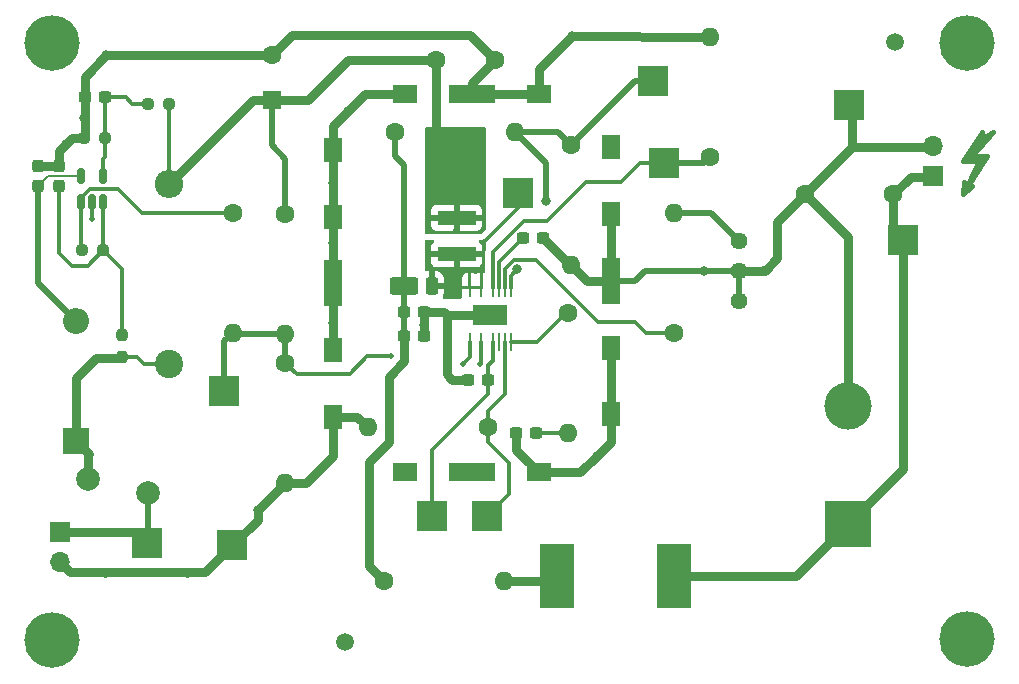
<source format=gbr>
%TF.GenerationSoftware,KiCad,Pcbnew,7.0.7*%
%TF.CreationDate,2024-03-07T15:54:46+13:00*%
%TF.ProjectId,high_v_converter,68696768-5f76-45f6-936f-6e7665727465,rev?*%
%TF.SameCoordinates,Original*%
%TF.FileFunction,Copper,L1,Top*%
%TF.FilePolarity,Positive*%
%FSLAX46Y46*%
G04 Gerber Fmt 4.6, Leading zero omitted, Abs format (unit mm)*
G04 Created by KiCad (PCBNEW 7.0.7) date 2024-03-07 15:54:46*
%MOMM*%
%LPD*%
G01*
G04 APERTURE LIST*
G04 Aperture macros list*
%AMRoundRect*
0 Rectangle with rounded corners*
0 $1 Rounding radius*
0 $2 $3 $4 $5 $6 $7 $8 $9 X,Y pos of 4 corners*
0 Add a 4 corners polygon primitive as box body*
4,1,4,$2,$3,$4,$5,$6,$7,$8,$9,$2,$3,0*
0 Add four circle primitives for the rounded corners*
1,1,$1+$1,$2,$3*
1,1,$1+$1,$4,$5*
1,1,$1+$1,$6,$7*
1,1,$1+$1,$8,$9*
0 Add four rect primitives between the rounded corners*
20,1,$1+$1,$2,$3,$4,$5,0*
20,1,$1+$1,$4,$5,$6,$7,0*
20,1,$1+$1,$6,$7,$8,$9,0*
20,1,$1+$1,$8,$9,$2,$3,0*%
G04 Aperture macros list end*
%TA.AperFunction,EtchedComponent*%
%ADD10C,0.381000*%
%TD*%
%TA.AperFunction,SMDPad,CuDef*%
%ADD11C,1.500000*%
%TD*%
%TA.AperFunction,ComponentPad*%
%ADD12R,2.200000X2.200000*%
%TD*%
%TA.AperFunction,ComponentPad*%
%ADD13O,2.200000X2.200000*%
%TD*%
%TA.AperFunction,ComponentPad*%
%ADD14C,1.600000*%
%TD*%
%TA.AperFunction,ComponentPad*%
%ADD15O,1.600000X1.600000*%
%TD*%
%TA.AperFunction,SMDPad,CuDef*%
%ADD16R,2.000000X1.500000*%
%TD*%
%TA.AperFunction,SMDPad,CuDef*%
%ADD17R,4.000000X1.500000*%
%TD*%
%TA.AperFunction,SMDPad,CuDef*%
%ADD18R,1.500000X2.000000*%
%TD*%
%TA.AperFunction,ComponentPad*%
%ADD19R,1.500000X2.000000*%
%TD*%
%TA.AperFunction,SMDPad,CuDef*%
%ADD20R,1.500000X4.000000*%
%TD*%
%TA.AperFunction,SMDPad,CuDef*%
%ADD21RoundRect,0.237500X-0.300000X-0.237500X0.300000X-0.237500X0.300000X0.237500X-0.300000X0.237500X0*%
%TD*%
%TA.AperFunction,ComponentPad*%
%ADD22R,1.700000X1.700000*%
%TD*%
%TA.AperFunction,ComponentPad*%
%ADD23O,1.700000X1.700000*%
%TD*%
%TA.AperFunction,SMDPad,CuDef*%
%ADD24RoundRect,0.237500X0.250000X0.237500X-0.250000X0.237500X-0.250000X-0.237500X0.250000X-0.237500X0*%
%TD*%
%TA.AperFunction,SMDPad,CuDef*%
%ADD25RoundRect,0.250000X0.950000X0.500000X-0.950000X0.500000X-0.950000X-0.500000X0.950000X-0.500000X0*%
%TD*%
%TA.AperFunction,SMDPad,CuDef*%
%ADD26RoundRect,0.250000X0.275000X0.500000X-0.275000X0.500000X-0.275000X-0.500000X0.275000X-0.500000X0*%
%TD*%
%TA.AperFunction,SMDPad,CuDef*%
%ADD27RoundRect,0.237500X0.237500X-0.300000X0.237500X0.300000X-0.237500X0.300000X-0.237500X-0.300000X0*%
%TD*%
%TA.AperFunction,ComponentPad*%
%ADD28R,2.500000X2.500000*%
%TD*%
%TA.AperFunction,ComponentPad*%
%ADD29C,2.010000*%
%TD*%
%TA.AperFunction,SMDPad,CuDef*%
%ADD30RoundRect,0.237500X0.300000X0.237500X-0.300000X0.237500X-0.300000X-0.237500X0.300000X-0.237500X0*%
%TD*%
%TA.AperFunction,ComponentPad*%
%ADD31R,4.000000X4.000000*%
%TD*%
%TA.AperFunction,ComponentPad*%
%ADD32C,4.000000*%
%TD*%
%TA.AperFunction,ComponentPad*%
%ADD33C,2.400000*%
%TD*%
%TA.AperFunction,ComponentPad*%
%ADD34O,2.400000X2.400000*%
%TD*%
%TA.AperFunction,ComponentPad*%
%ADD35R,1.600000X1.600000*%
%TD*%
%TA.AperFunction,SMDPad,CuDef*%
%ADD36R,2.900000X5.400000*%
%TD*%
%TA.AperFunction,ComponentPad*%
%ADD37C,4.700000*%
%TD*%
%TA.AperFunction,ComponentPad*%
%ADD38C,1.440000*%
%TD*%
%TA.AperFunction,SMDPad,CuDef*%
%ADD39R,0.279400X1.527899*%
%TD*%
%TA.AperFunction,SMDPad,CuDef*%
%ADD40R,2.946400X1.752600*%
%TD*%
%TA.AperFunction,SMDPad,CuDef*%
%ADD41RoundRect,0.237500X0.237500X-0.250000X0.237500X0.250000X-0.237500X0.250000X-0.237500X-0.250000X0*%
%TD*%
%TA.AperFunction,SMDPad,CuDef*%
%ADD42RoundRect,0.150000X0.150000X-0.512500X0.150000X0.512500X-0.150000X0.512500X-0.150000X-0.512500X0*%
%TD*%
%TA.AperFunction,SMDPad,CuDef*%
%ADD43R,3.300000X1.200000*%
%TD*%
%TA.AperFunction,ViaPad*%
%ADD44C,0.800000*%
%TD*%
%TA.AperFunction,ViaPad*%
%ADD45C,0.500000*%
%TD*%
%TA.AperFunction,Conductor*%
%ADD46C,0.300000*%
%TD*%
%TA.AperFunction,Conductor*%
%ADD47C,0.800000*%
%TD*%
%TA.AperFunction,Conductor*%
%ADD48C,0.500000*%
%TD*%
%TA.AperFunction,Conductor*%
%ADD49C,0.200000*%
%TD*%
G04 APERTURE END LIST*
D10*
%TO.C,SYM1*%
X185319000Y-94538000D02*
X186716000Y-94538000D01*
X185319000Y-97332000D02*
X186081000Y-96697000D01*
X185446000Y-96316000D02*
X185319000Y-97332000D01*
X185573000Y-96824000D02*
X185446000Y-96316000D01*
X185573000Y-96951000D02*
X187351000Y-94157000D01*
X185700000Y-94411000D02*
X186970000Y-94411000D01*
X186081000Y-94157000D02*
X187859000Y-92125000D01*
X186081000Y-96697000D02*
X185573000Y-96951000D01*
X186716000Y-94538000D02*
X185573000Y-96824000D01*
X186843000Y-92252000D02*
X185319000Y-94538000D01*
X187097000Y-92506000D02*
X185700000Y-94411000D01*
X187097000Y-92633000D02*
X186970000Y-92125000D01*
X187351000Y-94157000D02*
X186081000Y-94157000D01*
X187859000Y-92125000D02*
X187097000Y-92633000D01*
%TD*%
D11*
%TO.P,FID2,*%
%TO.N,*%
X179600000Y-84500000D03*
%TD*%
%TO.P,FID1,*%
%TO.N,*%
X133000000Y-135300000D03*
%TD*%
D12*
%TO.P,D2,1,K*%
%TO.N,Net-(D2-K)*%
X110200000Y-118260000D03*
D13*
%TO.P,D2,2,A*%
%TO.N,Net-(D2-A)*%
X110200000Y-108100000D03*
%TD*%
D14*
%TO.P,R12,1*%
%TO.N,Net-(R11-Pad2)*%
X123500000Y-98920000D03*
D15*
%TO.P,R12,2*%
%TO.N,Net-(U1-EN{slash}UVLO)*%
X123500000Y-109080000D03*
%TD*%
D16*
%TO.P,J3,1,Shield*%
%TO.N,GND*%
X138100000Y-120900000D03*
D17*
X143750000Y-120900000D03*
D16*
X149400000Y-120900000D03*
D18*
X132000000Y-116200000D03*
D19*
X155500000Y-116000000D03*
D18*
X132000000Y-110550000D03*
X155500000Y-110350000D03*
D20*
X132000000Y-104900000D03*
X155500000Y-104700000D03*
D18*
X132000000Y-99250000D03*
X155500000Y-99050000D03*
D19*
X132000000Y-93600000D03*
D18*
X155500000Y-93400000D03*
D16*
X138100000Y-88900000D03*
D17*
X143750000Y-88900000D03*
D16*
X149400000Y-88900000D03*
%TD*%
D21*
%TO.P,C3,1*%
%TO.N,Net-(U1-SS)*%
X148037500Y-101100000D03*
%TO.P,C3,2*%
%TO.N,GND*%
X149762500Y-101100000D03*
%TD*%
D22*
%TO.P,J1,1,Pin_1*%
%TO.N,Net-(J1-Pin_1)*%
X108850000Y-126000000D03*
D23*
%TO.P,J1,2,Pin_2*%
%TO.N,GND*%
X108850000Y-128540000D03*
%TD*%
D14*
%TO.P,C9,1*%
%TO.N,Net-(J2-Pin_1)*%
X179440000Y-97360000D03*
%TO.P,C9,2*%
%TO.N,GND*%
X171940000Y-97360000D03*
%TD*%
%TO.P,C6,1*%
%TO.N,Net-(U1-VIN)*%
X140700000Y-86000000D03*
%TO.P,C6,2*%
%TO.N,GND*%
X145700000Y-86000000D03*
%TD*%
D24*
%TO.P,R11,1*%
%TO.N,Net-(U2-+)*%
X112550000Y-102125000D03*
%TO.P,R11,2*%
%TO.N,Net-(R11-Pad2)*%
X110725000Y-102125000D03*
%TD*%
D25*
%TO.P,D1,1,K*%
%TO.N,Net-(D1-K)*%
X138000000Y-105100000D03*
D26*
%TO.P,D1,2,A*%
%TO.N,Net-(D1-A)*%
X140375000Y-105100000D03*
%TD*%
D14*
%TO.P,R15,1*%
%TO.N,Net-(U1-BIAS)*%
X145110000Y-117100000D03*
D15*
%TO.P,R15,2*%
%TO.N,GND*%
X134950000Y-117100000D03*
%TD*%
D14*
%TO.P,R13,1*%
%TO.N,Net-(U1-VIN)*%
X127950000Y-99040000D03*
D15*
%TO.P,R13,2*%
%TO.N,Net-(U1-EN{slash}UVLO)*%
X127950000Y-109200000D03*
%TD*%
D27*
%TO.P,C10,1*%
%TO.N,Net-(U2-+)*%
X108800000Y-96662500D03*
%TO.P,C10,2*%
%TO.N,GND*%
X108800000Y-94937500D03*
%TD*%
D28*
%TO.P,TP4,1,1*%
%TO.N,Net-(D1-A)*%
X147650000Y-97300000D03*
%TD*%
D29*
%TO.P,F1,1*%
%TO.N,Net-(J1-Pin_1)*%
X116350000Y-122700000D03*
%TO.P,F1,2*%
%TO.N,Net-(D2-K)*%
X111250000Y-121500000D03*
%TD*%
D14*
%TO.P,R5,1*%
%TO.N,Net-(U1-SYNC{slash}MODE)*%
X163900000Y-94180000D03*
D15*
%TO.P,R5,2*%
%TO.N,GND*%
X163900000Y-84020000D03*
%TD*%
D14*
%TO.P,R14,1*%
%TO.N,Net-(U1-EN{slash}UVLO)*%
X127950000Y-111640000D03*
D15*
%TO.P,R14,2*%
%TO.N,GND*%
X127950000Y-121800000D03*
%TD*%
D22*
%TO.P,J2,1,Pin_1*%
%TO.N,Net-(J2-Pin_1)*%
X182800000Y-95800000D03*
D23*
%TO.P,J2,2,Pin_2*%
%TO.N,GND*%
X182800000Y-93260000D03*
%TD*%
D30*
%TO.P,C2,1*%
%TO.N,Net-(U1-INTVCC)*%
X145150000Y-113100000D03*
%TO.P,C2,2*%
%TO.N,GND*%
X143425000Y-113100000D03*
%TD*%
D14*
%TO.P,R1,1*%
%TO.N,Net-(U1-VC)*%
X151850000Y-107400000D03*
D15*
%TO.P,R1,2*%
%TO.N,Net-(C1-Pad1)*%
X151850000Y-117560000D03*
%TD*%
D28*
%TO.P,TP10,1,1*%
%TO.N,GND*%
X175700000Y-89800000D03*
%TD*%
D31*
%TO.P,C5,1*%
%TO.N,Net-(J2-Pin_1)*%
X175600000Y-125300000D03*
D32*
%TO.P,C5,2*%
%TO.N,GND*%
X175600000Y-115300000D03*
%TD*%
D28*
%TO.P,TP1,1,1*%
%TO.N,Net-(U1-BIAS)*%
X145050000Y-124600000D03*
%TD*%
D33*
%TO.P,R7,1*%
%TO.N,Net-(D2-K)*%
X118100000Y-111720000D03*
D34*
%TO.P,R7,2*%
%TO.N,Net-(U1-VIN)*%
X118100000Y-96480000D03*
%TD*%
D35*
%TO.P,C7,1*%
%TO.N,Net-(U1-VIN)*%
X126800000Y-89402651D03*
D14*
%TO.P,C7,2*%
%TO.N,GND*%
X126800000Y-85602651D03*
%TD*%
%TO.P,R4,1*%
%TO.N,Net-(U1-RT)*%
X160900000Y-109080000D03*
D15*
%TO.P,R4,2*%
%TO.N,Net-(R4-Pad2)*%
X160900000Y-98920000D03*
%TD*%
D36*
%TO.P,L2,1,1*%
%TO.N,Net-(L2-Pad1)*%
X150950000Y-129700000D03*
%TO.P,L2,2,2*%
%TO.N,Net-(J2-Pin_1)*%
X160850000Y-129700000D03*
%TD*%
D28*
%TO.P,TP2,1,1*%
%TO.N,Net-(U1-INTVCC)*%
X140350000Y-124600000D03*
%TD*%
D21*
%TO.P,C12,1*%
%TO.N,Net-(D1-K)*%
X138000000Y-109400000D03*
%TO.P,C12,2*%
%TO.N,GND*%
X139725000Y-109400000D03*
%TD*%
D24*
%TO.P,R10,1*%
%TO.N,Net-(U2--)*%
X112725000Y-92625000D03*
%TO.P,R10,2*%
%TO.N,GND*%
X110900000Y-92625000D03*
%TD*%
D37*
%TO.P,H4,1,1*%
%TO.N,GND*%
X108200000Y-135100000D03*
%TD*%
D38*
%TO.P,RV1,1,1*%
%TO.N,Net-(R4-Pad2)*%
X166400000Y-101320000D03*
%TO.P,RV1,2,2*%
%TO.N,GND*%
X166400000Y-103860000D03*
%TO.P,RV1,3,3*%
X166400000Y-106400000D03*
%TD*%
D39*
%TO.P,U1,1,EN/UVLO*%
%TO.N,Net-(U1-EN{slash}UVLO)*%
X143550000Y-109900000D03*
%TO.P,U1,3,VIN*%
%TO.N,Net-(U1-VIN)*%
X144550001Y-109900000D03*
%TO.P,U1,5,INTVCC*%
%TO.N,Net-(U1-INTVCC)*%
X145550002Y-109900000D03*
%TO.P,U1,6,NC*%
%TO.N,unconnected-(U1-NC-Pad6)*%
X146050000Y-109900000D03*
%TO.P,U1,7,BIAS*%
%TO.N,Net-(U1-BIAS)*%
X146550002Y-109900000D03*
%TO.P,U1,8,VC*%
%TO.N,Net-(U1-VC)*%
X147050001Y-109900000D03*
%TO.P,U1,9,FBX*%
%TO.N,Net-(U1-FBX)*%
X147050004Y-105273298D03*
%TO.P,U1,10,RT*%
%TO.N,Net-(U1-RT)*%
X146550002Y-105273298D03*
%TO.P,U1,11,SS*%
%TO.N,Net-(U1-SS)*%
X146050003Y-105273298D03*
%TO.P,U1,12,SYNC/MODE*%
%TO.N,Net-(U1-SYNC{slash}MODE)*%
X145550002Y-105273298D03*
%TO.P,U1,14,SW2*%
%TO.N,Net-(D1-A)*%
X144550004Y-105273298D03*
%TO.P,U1,16,SW1*%
X143550003Y-105273298D03*
D40*
%TO.P,U1,17,PGND/GND*%
%TO.N,GND*%
X145300002Y-107586649D03*
%TD*%
D28*
%TO.P,TP8,1,1*%
%TO.N,Net-(J1-Pin_1)*%
X116250000Y-126900000D03*
%TD*%
D21*
%TO.P,C4,1*%
%TO.N,Net-(D1-K)*%
X138000000Y-107300000D03*
%TO.P,C4,2*%
%TO.N,GND*%
X139725000Y-107300000D03*
%TD*%
D41*
%TO.P,R8,1*%
%TO.N,Net-(D2-K)*%
X114100000Y-111112500D03*
%TO.P,R8,2*%
%TO.N,Net-(U2-+)*%
X114100000Y-109287500D03*
%TD*%
D28*
%TO.P,TP5,1,1*%
%TO.N,Net-(U1-SYNC{slash}MODE)*%
X160050000Y-94720000D03*
%TD*%
D42*
%TO.P,U2,1*%
%TO.N,Net-(R11-Pad2)*%
X110637500Y-98062500D03*
%TO.P,U2,2,V-*%
%TO.N,GND*%
X111587500Y-98062500D03*
%TO.P,U2,3,+*%
%TO.N,Net-(U2-+)*%
X112537500Y-98062500D03*
%TO.P,U2,4,-*%
%TO.N,Net-(U2--)*%
X112537500Y-95787500D03*
%TO.P,U2,5,V+*%
%TO.N,Net-(D2-A)*%
X110637500Y-95787500D03*
%TD*%
D30*
%TO.P,C1,1*%
%TO.N,Net-(C1-Pad1)*%
X149212500Y-117600000D03*
%TO.P,C1,2*%
%TO.N,GND*%
X147487500Y-117600000D03*
%TD*%
D28*
%TO.P,TP6,1,1*%
%TO.N,Net-(U1-EN{slash}UVLO)*%
X122800000Y-114000000D03*
%TD*%
D30*
%TO.P,C11,1*%
%TO.N,Net-(U2--)*%
X112675000Y-89125000D03*
%TO.P,C11,2*%
%TO.N,GND*%
X110950000Y-89125000D03*
%TD*%
D14*
%TO.P,R3,1*%
%TO.N,Net-(U1-FBX)*%
X152150000Y-93200000D03*
D15*
%TO.P,R3,2*%
%TO.N,GND*%
X152150000Y-103360000D03*
%TD*%
D28*
%TO.P,TP7,1,1*%
%TO.N,GND*%
X123450000Y-127100000D03*
%TD*%
D37*
%TO.P,H1,1,1*%
%TO.N,GND*%
X185700000Y-84600000D03*
%TD*%
D43*
%TO.P,L1,1,1*%
%TO.N,Net-(U1-VIN)*%
X142450000Y-99350000D03*
%TO.P,L1,2,2*%
%TO.N,Net-(D1-A)*%
X142450000Y-102450000D03*
%TD*%
D37*
%TO.P,H2,1,1*%
%TO.N,GND*%
X185700000Y-135000000D03*
%TD*%
D28*
%TO.P,TP3,1,1*%
%TO.N,Net-(U1-FBX)*%
X159050000Y-87800000D03*
%TD*%
%TO.P,TP9,1,1*%
%TO.N,Net-(J2-Pin_1)*%
X180290000Y-101260000D03*
%TD*%
D14*
%TO.P,R6,1*%
%TO.N,Net-(D1-K)*%
X136300000Y-130100000D03*
D15*
%TO.P,R6,2*%
%TO.N,Net-(L2-Pad1)*%
X146460000Y-130100000D03*
%TD*%
D37*
%TO.P,H3,1,1*%
%TO.N,GND*%
X108200000Y-84600000D03*
%TD*%
D24*
%TO.P,R9,1*%
%TO.N,Net-(U1-VIN)*%
X118112500Y-89700000D03*
%TO.P,R9,2*%
%TO.N,Net-(U2--)*%
X116287500Y-89700000D03*
%TD*%
D14*
%TO.P,R2,1*%
%TO.N,Net-(D1-K)*%
X137250000Y-92100000D03*
D15*
%TO.P,R2,2*%
%TO.N,Net-(U1-FBX)*%
X147410000Y-92100000D03*
%TD*%
D27*
%TO.P,C8,1*%
%TO.N,Net-(D2-A)*%
X107000000Y-96662500D03*
%TO.P,C8,2*%
%TO.N,GND*%
X107000000Y-94937500D03*
%TD*%
D44*
%TO.N,GND*%
X125600000Y-124100000D03*
X154300000Y-119500000D03*
X175900000Y-93400000D03*
X132100000Y-116200000D03*
X132000000Y-96400000D03*
X163400000Y-103900000D03*
D45*
X146200000Y-107000000D03*
X138100000Y-120900000D03*
X155500000Y-99100000D03*
X143800000Y-120900000D03*
D44*
X110900000Y-90900000D03*
X148000000Y-119500000D03*
X112800000Y-85600000D03*
X152200000Y-84000000D03*
X141900000Y-112900000D03*
D45*
X144300000Y-107000000D03*
D44*
X141700000Y-107600000D03*
X132000000Y-101500000D03*
D45*
X144300000Y-108200000D03*
X146200000Y-108200000D03*
D44*
X119650000Y-129400000D03*
X139700000Y-108400000D03*
D45*
X155500000Y-110300000D03*
X155500000Y-93400000D03*
X111600000Y-99500000D03*
D44*
X133300000Y-90300000D03*
X132000000Y-108300000D03*
X109400000Y-93100000D03*
D45*
X145300000Y-107600000D03*
X155500000Y-104700000D03*
D44*
X112650000Y-129400000D03*
X143700000Y-88900000D03*
X168400000Y-103900000D03*
D45*
%TO.N,Net-(U1-VIN)*%
X142400000Y-100400000D03*
X144400000Y-111700000D03*
D44*
%TO.N,Net-(U1-FBX)*%
X147600000Y-103700000D03*
X150000000Y-97900000D03*
D45*
%TO.N,Net-(U1-EN{slash}UVLO)*%
X143000000Y-111700000D03*
X136900000Y-111100000D03*
%TD*%
D46*
%TO.N,Net-(C1-Pad1)*%
X149212500Y-117600000D02*
X151810000Y-117600000D01*
X151810000Y-117600000D02*
X151850000Y-117560000D01*
D47*
%TO.N,GND*%
X138100000Y-88900000D02*
X134700000Y-88900000D01*
D48*
X163440000Y-103860000D02*
X163400000Y-103900000D01*
D47*
X171940000Y-97360000D02*
X175900000Y-93400000D01*
X110950000Y-89125000D02*
X110950000Y-90850000D01*
X133300000Y-90300000D02*
X132000000Y-91600000D01*
X149400000Y-88900000D02*
X143700000Y-88900000D01*
X109875000Y-92625000D02*
X109400000Y-93100000D01*
D48*
X166400000Y-103860000D02*
X166400000Y-106400000D01*
D47*
X155500000Y-116000000D02*
X155500000Y-110300000D01*
X149400000Y-86800000D02*
X149400000Y-88900000D01*
X110950000Y-89125000D02*
X110950000Y-87450000D01*
X152150000Y-103360000D02*
X153490000Y-104700000D01*
X109700000Y-129390000D02*
X112640000Y-129390000D01*
X126800000Y-85602651D02*
X128502651Y-83900000D01*
X155500000Y-110300000D02*
X155500000Y-110350000D01*
D48*
X163360000Y-103860000D02*
X158440000Y-103860000D01*
D47*
X132000000Y-101500000D02*
X132000000Y-96400000D01*
X168360000Y-103860000D02*
X166400000Y-103860000D01*
X132000000Y-110550000D02*
X132000000Y-108300000D01*
X175900000Y-90000000D02*
X175700000Y-89800000D01*
X125650000Y-124100000D02*
X127950000Y-121800000D01*
X139725000Y-108375000D02*
X139725000Y-107300000D01*
X168540000Y-103860000D02*
X168440000Y-103860000D01*
D48*
X158440000Y-103860000D02*
X157600000Y-104700000D01*
D47*
X112800000Y-85600000D02*
X126800000Y-85602651D01*
X112660000Y-129390000D02*
X119640000Y-129390000D01*
X132100000Y-116200000D02*
X132000000Y-116200000D01*
X144286649Y-107586649D02*
X141800000Y-107586649D01*
X141686649Y-107586649D02*
X141400000Y-107300000D01*
X147487500Y-118987500D02*
X148000000Y-119500000D01*
X139725000Y-109400000D02*
X139725000Y-108425000D01*
X134950000Y-117100000D02*
X134050000Y-116200000D01*
X175600000Y-101020000D02*
X171940000Y-97360000D01*
X112650000Y-129400000D02*
X112660000Y-129390000D01*
X175900000Y-93400000D02*
X175930000Y-93370000D01*
X127950000Y-121800000D02*
X129700000Y-121800000D01*
X143600000Y-83900000D02*
X145700000Y-86000000D01*
X148000000Y-119500000D02*
X149400000Y-120900000D01*
X128502651Y-83900000D02*
X143600000Y-83900000D01*
X112640000Y-129390000D02*
X112650000Y-129400000D01*
X121160000Y-129390000D02*
X123450000Y-127100000D01*
D48*
X166400000Y-103860000D02*
X163440000Y-103860000D01*
D47*
X125600000Y-124950000D02*
X123450000Y-127100000D01*
X152060000Y-103360000D02*
X152150000Y-103360000D01*
X168440000Y-103860000D02*
X168400000Y-103900000D01*
X168400000Y-103900000D02*
X168360000Y-103860000D01*
X141600000Y-112600000D02*
X141600000Y-107786649D01*
X147487500Y-117600000D02*
X147487500Y-118987500D01*
X129700000Y-121800000D02*
X132000000Y-119500000D01*
X153490000Y-104700000D02*
X155500000Y-104700000D01*
X143700000Y-88900000D02*
X143750000Y-88900000D01*
X119660000Y-129390000D02*
X121160000Y-129390000D01*
X110950000Y-90850000D02*
X111000000Y-90900000D01*
X119650000Y-129400000D02*
X119660000Y-129390000D01*
X141700000Y-107600000D02*
X141686649Y-107586649D01*
X145300000Y-107600000D02*
X144313351Y-107586649D01*
X142100000Y-113100000D02*
X141900000Y-112900000D01*
X154300000Y-119500000D02*
X155500000Y-118300000D01*
X109400000Y-93100000D02*
X108800000Y-93700000D01*
X141400000Y-107300000D02*
X139725000Y-107300000D01*
X152180000Y-84020000D02*
X149400000Y-86800000D01*
X139700000Y-108400000D02*
X139725000Y-108375000D01*
X107000000Y-94937500D02*
X108800000Y-94937500D01*
X132000000Y-91600000D02*
X132000000Y-93600000D01*
X125600000Y-124100000D02*
X125650000Y-124100000D01*
X149400000Y-120900000D02*
X152900000Y-120900000D01*
X163900000Y-84020000D02*
X152200000Y-84000000D01*
X132000000Y-108300000D02*
X132000000Y-101500000D01*
X152200000Y-84000000D02*
X152180000Y-84020000D01*
X110900000Y-92625000D02*
X109875000Y-92625000D01*
X139725000Y-108425000D02*
X139700000Y-108400000D01*
X144300000Y-107600000D02*
X144286649Y-107586649D01*
X110950000Y-87450000D02*
X112797349Y-85602651D01*
X134700000Y-88900000D02*
X133300000Y-90300000D01*
D48*
X163400000Y-103900000D02*
X163360000Y-103860000D01*
D47*
X155500000Y-118300000D02*
X155500000Y-116000000D01*
X169600000Y-102800000D02*
X168540000Y-103860000D01*
X141800000Y-107586649D02*
X141700000Y-107600000D01*
X175900000Y-93400000D02*
X175900000Y-90000000D01*
X152900000Y-120900000D02*
X154300000Y-119500000D01*
X132000000Y-96400000D02*
X132000000Y-93600000D01*
X110950000Y-92575000D02*
X110900000Y-92625000D01*
X108800000Y-93700000D02*
X108800000Y-94937500D01*
X145700000Y-86000000D02*
X143750000Y-87950000D01*
X143750000Y-87950000D02*
X143750000Y-88900000D01*
X110950000Y-90950000D02*
X110950000Y-92575000D01*
X134050000Y-116200000D02*
X132100000Y-116200000D01*
X155500000Y-104700000D02*
X155500000Y-99100000D01*
X149762500Y-101100000D02*
X149800000Y-101100000D01*
X108850000Y-128540000D02*
X109700000Y-129390000D01*
X111000000Y-90900000D02*
X110950000Y-90950000D01*
D48*
X157600000Y-104700000D02*
X155500000Y-104700000D01*
D47*
X175930000Y-93370000D02*
X182690000Y-93370000D01*
X171940000Y-97360000D02*
X169600000Y-99700000D01*
X132000000Y-119500000D02*
X132000000Y-116200000D01*
X143425000Y-113100000D02*
X142100000Y-113100000D01*
X141900000Y-112900000D02*
X141600000Y-112600000D01*
X112797349Y-85602651D02*
X112800000Y-85600000D01*
X125600000Y-124100000D02*
X125600000Y-124950000D01*
X182690000Y-93370000D02*
X182800000Y-93260000D01*
X169600000Y-99700000D02*
X169600000Y-102800000D01*
X141600000Y-107786649D02*
X141800000Y-107586649D01*
X119640000Y-129390000D02*
X119650000Y-129400000D01*
D46*
X111587500Y-99487500D02*
X111600000Y-99500000D01*
D47*
X155500000Y-99100000D02*
X155500000Y-99050000D01*
X175600000Y-115300000D02*
X175600000Y-101020000D01*
X149800000Y-101100000D02*
X152060000Y-103360000D01*
X145300002Y-107586649D02*
X145300000Y-107600000D01*
D46*
X111587500Y-98062500D02*
X111587500Y-99487500D01*
%TO.N,Net-(U1-INTVCC)*%
X145150000Y-111850000D02*
X145550002Y-111449998D01*
X145150000Y-113100000D02*
X145150000Y-114250000D01*
X145150000Y-114250000D02*
X140350000Y-119050000D01*
X140350000Y-119050000D02*
X140350000Y-124600000D01*
X145150000Y-113100000D02*
X145150000Y-111850000D01*
X145550002Y-111449998D02*
X145550002Y-109900000D01*
%TO.N,Net-(U1-SS)*%
X146050003Y-103087497D02*
X148037500Y-101100000D01*
X146050003Y-105273298D02*
X146050003Y-103087497D01*
D48*
%TO.N,Net-(D1-K)*%
X138000000Y-109400000D02*
X138000000Y-105100000D01*
D47*
X136700000Y-112800000D02*
X136700000Y-118300000D01*
D48*
X137250000Y-94150000D02*
X137250000Y-92100000D01*
X138000000Y-105100000D02*
X138000000Y-94900000D01*
D47*
X135000000Y-120000000D02*
X135000000Y-128800000D01*
X138000000Y-111500000D02*
X136700000Y-112800000D01*
X136700000Y-118300000D02*
X135000000Y-120000000D01*
D48*
X138000000Y-105100000D02*
X138000000Y-107300000D01*
D47*
X138000000Y-109400000D02*
X138000000Y-111500000D01*
X135000000Y-128800000D02*
X136300000Y-130100000D01*
D48*
X138000000Y-94900000D02*
X137250000Y-94150000D01*
%TO.N,Net-(J2-Pin_1)*%
X174700000Y-125300000D02*
X175600000Y-125300000D01*
D47*
X180290000Y-120610000D02*
X175600000Y-125300000D01*
X171200000Y-129700000D02*
X175600000Y-125300000D01*
X179440000Y-100410000D02*
X180290000Y-101260000D01*
X182800000Y-95800000D02*
X182690000Y-95910000D01*
X180890000Y-95910000D02*
X179440000Y-97360000D01*
X182690000Y-95910000D02*
X180890000Y-95910000D01*
X180290000Y-101260000D02*
X180290000Y-120610000D01*
X179440000Y-97360000D02*
X179440000Y-100410000D01*
X160850000Y-129700000D02*
X171200000Y-129700000D01*
D46*
%TO.N,Net-(U1-VIN)*%
X144550001Y-109900000D02*
X144550001Y-111549999D01*
D48*
X127950000Y-99040000D02*
X127950000Y-94350000D01*
X127950000Y-94350000D02*
X126800000Y-93200000D01*
D46*
X118100000Y-89712500D02*
X118112500Y-89700000D01*
D47*
X126800000Y-89402651D02*
X125177349Y-89402651D01*
X129897349Y-89402651D02*
X126800000Y-89402651D01*
X133300000Y-86000000D02*
X129897349Y-89402651D01*
X140700000Y-86000000D02*
X133300000Y-86000000D01*
D46*
X144550001Y-111549999D02*
X144400000Y-111700000D01*
D47*
X125177349Y-89402651D02*
X118100000Y-96480000D01*
D48*
X126800000Y-93200000D02*
X126800000Y-89402651D01*
D47*
X140700000Y-86000000D02*
X140700000Y-92500000D01*
D46*
X118100000Y-96480000D02*
X118100000Y-89712500D01*
D49*
%TO.N,Net-(D2-A)*%
X110637500Y-95787500D02*
X107875000Y-95787500D01*
X107875000Y-95787500D02*
X107000000Y-96662500D01*
D48*
X107000000Y-104900000D02*
X107000000Y-96662500D01*
X110200000Y-108100000D02*
X107000000Y-104900000D01*
D46*
%TO.N,Net-(U2-+)*%
X114100000Y-103675000D02*
X114100000Y-109287500D01*
X109900000Y-103400000D02*
X111275000Y-103400000D01*
X111275000Y-103400000D02*
X112550000Y-102125000D01*
X112537500Y-98062500D02*
X112537500Y-102112500D01*
X108800000Y-102300000D02*
X109900000Y-103400000D01*
X112550000Y-102125000D02*
X114100000Y-103675000D01*
X112537500Y-102112500D02*
X112550000Y-102125000D01*
X108800000Y-96662500D02*
X108800000Y-102300000D01*
%TO.N,Net-(U2--)*%
X112537500Y-94362500D02*
X112537500Y-95787500D01*
X112725000Y-92625000D02*
X112725000Y-94175000D01*
X112675000Y-89125000D02*
X112675000Y-92575000D01*
X112675000Y-92575000D02*
X112725000Y-92625000D01*
X115000000Y-89700000D02*
X116287500Y-89700000D01*
X112675000Y-89125000D02*
X114425000Y-89125000D01*
X114425000Y-89125000D02*
X115000000Y-89700000D01*
X112725000Y-94175000D02*
X112537500Y-94362500D01*
%TO.N,Net-(D1-A)*%
X147650000Y-97300000D02*
X147650000Y-98550000D01*
X147650000Y-98550000D02*
X144800000Y-101400000D01*
D47*
%TO.N,Net-(D2-K)*%
X111300000Y-119360000D02*
X110200000Y-118260000D01*
X114012500Y-111200000D02*
X114100000Y-111112500D01*
D46*
X118100000Y-111720000D02*
X116020000Y-111720000D01*
D47*
X111900000Y-111200000D02*
X114012500Y-111200000D01*
D46*
X116020000Y-111720000D02*
X115412500Y-111112500D01*
D47*
X110200000Y-118260000D02*
X110200000Y-112900000D01*
X111300000Y-119360000D02*
X111250000Y-119410000D01*
X110200000Y-112900000D02*
X111900000Y-111200000D01*
D46*
X115412500Y-111112500D02*
X114100000Y-111112500D01*
D47*
X111250000Y-119410000D02*
X111250000Y-121500000D01*
D48*
X118100000Y-112000000D02*
X118100000Y-111720000D01*
%TO.N,Net-(J1-Pin_1)*%
X116350000Y-126800000D02*
X116250000Y-126900000D01*
X116350000Y-122700000D02*
X116350000Y-126800000D01*
X116250000Y-122800000D02*
X116350000Y-122700000D01*
D47*
X115350000Y-126000000D02*
X116250000Y-126900000D01*
X108850000Y-126000000D02*
X115350000Y-126000000D01*
D46*
%TO.N,Net-(U1-VC)*%
X149225000Y-109900000D02*
X147050001Y-109900000D01*
X151725000Y-107400000D02*
X149225000Y-109900000D01*
X151850000Y-107400000D02*
X151725000Y-107400000D01*
%TO.N,Net-(U1-FBX)*%
X147050004Y-104249996D02*
X147050004Y-105273298D01*
D48*
X151050000Y-92100000D02*
X152150000Y-93200000D01*
X147410000Y-92100000D02*
X151050000Y-92100000D01*
X157550000Y-87800000D02*
X159050000Y-87800000D01*
X147410000Y-92100000D02*
X150000000Y-94690000D01*
D46*
X147600000Y-103700000D02*
X147050004Y-104249996D01*
D48*
X152150000Y-93200000D02*
X157550000Y-87800000D01*
X150000000Y-94690000D02*
X150000000Y-97900000D01*
D46*
%TO.N,Net-(U1-RT)*%
X149150000Y-102950000D02*
X154400000Y-108200000D01*
X146550002Y-103689337D02*
X147289339Y-102950000D01*
X157600000Y-108200000D02*
X158480000Y-109080000D01*
X158480000Y-109080000D02*
X160900000Y-109080000D01*
X146550002Y-105273298D02*
X146550002Y-103689337D01*
X154400000Y-108200000D02*
X157600000Y-108200000D01*
X147289339Y-102950000D02*
X149150000Y-102950000D01*
D48*
%TO.N,Net-(R4-Pad2)*%
X164000000Y-98920000D02*
X166400000Y-101320000D01*
X160900000Y-98920000D02*
X164000000Y-98920000D01*
D46*
%TO.N,Net-(U1-SYNC{slash}MODE)*%
X156400000Y-96300000D02*
X157980000Y-94720000D01*
X145550002Y-105273298D02*
X145550002Y-102219148D01*
X157980000Y-94720000D02*
X160050000Y-94720000D01*
X148169150Y-99600000D02*
X150100000Y-99600000D01*
D48*
X160050000Y-94720000D02*
X163360000Y-94720000D01*
D46*
X150100000Y-99600000D02*
X153400000Y-96300000D01*
X153400000Y-96300000D02*
X156400000Y-96300000D01*
D48*
X163360000Y-94720000D02*
X163900000Y-94180000D01*
D46*
X145550002Y-102219148D02*
X148169150Y-99600000D01*
%TO.N,Net-(R11-Pad2)*%
X110637500Y-98062500D02*
X110637500Y-102037500D01*
X111380393Y-96900000D02*
X110637500Y-97642893D01*
X110637500Y-97642893D02*
X110637500Y-98062500D01*
X110637500Y-102037500D02*
X110725000Y-102125000D01*
X115820000Y-98920000D02*
X113800000Y-96900000D01*
X123500000Y-98920000D02*
X115820000Y-98920000D01*
X113800000Y-96900000D02*
X111380393Y-96900000D01*
%TO.N,Net-(U1-EN{slash}UVLO)*%
X128910000Y-112600000D02*
X127950000Y-111640000D01*
X136900000Y-111100000D02*
X134900000Y-111100000D01*
X143550000Y-109900000D02*
X143550000Y-111150000D01*
D48*
X123620000Y-109200000D02*
X123500000Y-109080000D01*
D46*
X143550000Y-111150000D02*
X143000000Y-111700000D01*
D48*
X122800000Y-109780000D02*
X123500000Y-109080000D01*
X127950000Y-109200000D02*
X123620000Y-109200000D01*
D46*
X134900000Y-111100000D02*
X133400000Y-112600000D01*
X133400000Y-112600000D02*
X128910000Y-112600000D01*
D48*
X127950000Y-111640000D02*
X127950000Y-109200000D01*
X122800000Y-114000000D02*
X122800000Y-109780000D01*
D47*
%TO.N,Net-(L2-Pad1)*%
X146460000Y-130100000D02*
X150550000Y-130100000D01*
X150550000Y-130100000D02*
X150950000Y-129700000D01*
D46*
%TO.N,Net-(U1-BIAS)*%
X145110000Y-117100000D02*
X145110000Y-115690000D01*
X145110000Y-117100000D02*
X145110000Y-118310000D01*
X146900000Y-122750000D02*
X145050000Y-124600000D01*
X146900000Y-120100000D02*
X146900000Y-122750000D01*
X146550002Y-114249998D02*
X146550002Y-109900000D01*
X145110000Y-118310000D02*
X146900000Y-120100000D01*
X145110000Y-115690000D02*
X146550002Y-114249998D01*
%TD*%
%TA.AperFunction,Conductor*%
%TO.N,Net-(U1-VIN)*%
G36*
X144893039Y-91719685D02*
G01*
X144938794Y-91772489D01*
X144950000Y-91824000D01*
X144950000Y-100278691D01*
X144930315Y-100345730D01*
X144913681Y-100366372D01*
X144616373Y-100663681D01*
X144555050Y-100697166D01*
X144528692Y-100700000D01*
X139874000Y-100700000D01*
X139806961Y-100680315D01*
X139761206Y-100627511D01*
X139750000Y-100576000D01*
X139750000Y-99600000D01*
X140300000Y-99600000D01*
X140300000Y-99997844D01*
X140306401Y-100057372D01*
X140306403Y-100057379D01*
X140356645Y-100192086D01*
X140356649Y-100192093D01*
X140442809Y-100307187D01*
X140442812Y-100307190D01*
X140557906Y-100393350D01*
X140557913Y-100393354D01*
X140692620Y-100443596D01*
X140692627Y-100443598D01*
X140752155Y-100449999D01*
X140752172Y-100450000D01*
X142200000Y-100450000D01*
X142200000Y-99600000D01*
X142700000Y-99600000D01*
X142700000Y-100450000D01*
X144147828Y-100450000D01*
X144147844Y-100449999D01*
X144207372Y-100443598D01*
X144207379Y-100443596D01*
X144342086Y-100393354D01*
X144342093Y-100393350D01*
X144457187Y-100307190D01*
X144457190Y-100307187D01*
X144543350Y-100192093D01*
X144543354Y-100192086D01*
X144593596Y-100057379D01*
X144593598Y-100057372D01*
X144599999Y-99997844D01*
X144600000Y-99997827D01*
X144600000Y-99600000D01*
X142700000Y-99600000D01*
X142200000Y-99600000D01*
X140300000Y-99600000D01*
X139750000Y-99600000D01*
X139750000Y-99100000D01*
X140300000Y-99100000D01*
X142200000Y-99100000D01*
X142200000Y-98250000D01*
X142700000Y-98250000D01*
X142700000Y-99100000D01*
X144600000Y-99100000D01*
X144600000Y-98702172D01*
X144599999Y-98702155D01*
X144593598Y-98642627D01*
X144593596Y-98642620D01*
X144543354Y-98507913D01*
X144543350Y-98507906D01*
X144457190Y-98392812D01*
X144457187Y-98392809D01*
X144342093Y-98306649D01*
X144342086Y-98306645D01*
X144207379Y-98256403D01*
X144207372Y-98256401D01*
X144147844Y-98250000D01*
X142700000Y-98250000D01*
X142200000Y-98250000D01*
X140752155Y-98250000D01*
X140692627Y-98256401D01*
X140692620Y-98256403D01*
X140557913Y-98306645D01*
X140557906Y-98306649D01*
X140442812Y-98392809D01*
X140442809Y-98392812D01*
X140356649Y-98507906D01*
X140356645Y-98507913D01*
X140306403Y-98642620D01*
X140306401Y-98642627D01*
X140300000Y-98702155D01*
X140300000Y-99100000D01*
X139750000Y-99100000D01*
X139750000Y-91824000D01*
X139769685Y-91756961D01*
X139822489Y-91711206D01*
X139874000Y-91700000D01*
X144826000Y-91700000D01*
X144893039Y-91719685D01*
G37*
%TD.AperFunction*%
%TD*%
%TA.AperFunction,Conductor*%
%TO.N,Net-(D1-A)*%
G36*
X144913681Y-101174794D02*
G01*
X144947166Y-101236117D01*
X144950000Y-101262476D01*
X144950000Y-101929815D01*
X144942291Y-101970221D01*
X144942314Y-101970227D01*
X144942223Y-101970580D01*
X144941292Y-101975462D01*
X144940374Y-101977778D01*
X144935093Y-101998347D01*
X144928793Y-102016749D01*
X144920366Y-102036221D01*
X144912768Y-102084195D01*
X144911583Y-102089918D01*
X144899502Y-102136966D01*
X144899502Y-102158192D01*
X144897975Y-102177592D01*
X144894655Y-102198551D01*
X144899227Y-102246915D01*
X144899502Y-102252754D01*
X144899502Y-103888715D01*
X144879817Y-103955754D01*
X144827013Y-104001509D01*
X144762248Y-104012005D01*
X144737534Y-104009348D01*
X144689704Y-104009348D01*
X144689704Y-105288998D01*
X144670019Y-105356037D01*
X144617215Y-105401792D01*
X144565704Y-105412998D01*
X142910303Y-105412998D01*
X142910303Y-106076000D01*
X142890618Y-106143039D01*
X142837814Y-106188794D01*
X142786303Y-106200000D01*
X141383285Y-106200000D01*
X141316246Y-106180315D01*
X141270491Y-106127511D01*
X141260547Y-106058353D01*
X141277747Y-106010903D01*
X141334353Y-105919130D01*
X141334358Y-105919119D01*
X141389505Y-105752697D01*
X141389506Y-105752690D01*
X141399999Y-105649986D01*
X141400000Y-105649973D01*
X141400000Y-105350000D01*
X140249000Y-105350000D01*
X140181961Y-105330315D01*
X140136206Y-105277511D01*
X140125000Y-105226000D01*
X140125000Y-105133598D01*
X142910303Y-105133598D01*
X143410303Y-105133598D01*
X143410303Y-104009348D01*
X143689703Y-104009348D01*
X143689703Y-105133598D01*
X144410304Y-105133598D01*
X144410304Y-104009348D01*
X144362459Y-104009348D01*
X144302931Y-104015749D01*
X144302924Y-104015751D01*
X144168217Y-104065993D01*
X144168214Y-104065995D01*
X144124314Y-104098859D01*
X144058849Y-104123276D01*
X143990576Y-104108424D01*
X143975691Y-104098858D01*
X143931792Y-104065995D01*
X143931789Y-104065993D01*
X143797082Y-104015751D01*
X143797075Y-104015749D01*
X143737547Y-104009348D01*
X143689703Y-104009348D01*
X143410303Y-104009348D01*
X143362458Y-104009348D01*
X143302930Y-104015749D01*
X143302923Y-104015751D01*
X143168216Y-104065993D01*
X143168209Y-104065997D01*
X143053115Y-104152157D01*
X143053112Y-104152160D01*
X142966952Y-104267254D01*
X142966948Y-104267261D01*
X142916706Y-104401968D01*
X142916704Y-104401975D01*
X142910303Y-104461503D01*
X142910303Y-105133598D01*
X140125000Y-105133598D01*
X140125000Y-103850000D01*
X140625000Y-103850000D01*
X140625000Y-104850000D01*
X141399999Y-104850000D01*
X141399999Y-104550028D01*
X141399998Y-104550013D01*
X141389505Y-104447302D01*
X141334358Y-104280880D01*
X141334356Y-104280875D01*
X141242315Y-104131654D01*
X141118345Y-104007684D01*
X140969124Y-103915643D01*
X140969119Y-103915641D01*
X140802697Y-103860494D01*
X140802690Y-103860493D01*
X140699986Y-103850000D01*
X140625000Y-103850000D01*
X140125000Y-103850000D01*
X140124999Y-103849999D01*
X140050028Y-103850000D01*
X140050011Y-103850001D01*
X139947299Y-103860494D01*
X139913002Y-103871859D01*
X139843174Y-103874260D01*
X139783133Y-103838528D01*
X139751941Y-103776007D01*
X139750000Y-103754153D01*
X139750000Y-102700000D01*
X140300000Y-102700000D01*
X140300000Y-103097844D01*
X140306401Y-103157372D01*
X140306403Y-103157379D01*
X140356645Y-103292086D01*
X140356649Y-103292093D01*
X140442809Y-103407187D01*
X140442812Y-103407190D01*
X140557906Y-103493350D01*
X140557913Y-103493354D01*
X140692620Y-103543596D01*
X140692627Y-103543598D01*
X140752155Y-103549999D01*
X140752172Y-103550000D01*
X142200000Y-103550000D01*
X142200000Y-102700000D01*
X142700000Y-102700000D01*
X142700000Y-103550000D01*
X144147828Y-103550000D01*
X144147844Y-103549999D01*
X144207372Y-103543598D01*
X144207379Y-103543596D01*
X144342086Y-103493354D01*
X144342093Y-103493350D01*
X144457187Y-103407190D01*
X144457190Y-103407187D01*
X144543350Y-103292093D01*
X144543354Y-103292086D01*
X144593596Y-103157379D01*
X144593598Y-103157372D01*
X144599999Y-103097844D01*
X144600000Y-103097827D01*
X144600000Y-102700000D01*
X142700000Y-102700000D01*
X142200000Y-102700000D01*
X140300000Y-102700000D01*
X139750000Y-102700000D01*
X139750000Y-101329500D01*
X139769685Y-101262461D01*
X139822489Y-101216706D01*
X139874000Y-101205500D01*
X140454052Y-101205500D01*
X140521091Y-101225185D01*
X140566846Y-101277989D01*
X140576790Y-101347147D01*
X140547765Y-101410703D01*
X140528363Y-101428766D01*
X140442812Y-101492809D01*
X140442809Y-101492812D01*
X140356649Y-101607906D01*
X140356645Y-101607913D01*
X140306403Y-101742620D01*
X140306401Y-101742627D01*
X140300000Y-101802155D01*
X140300000Y-102200000D01*
X144600000Y-102200000D01*
X144600000Y-101802172D01*
X144599999Y-101802155D01*
X144593598Y-101742627D01*
X144593596Y-101742620D01*
X144543354Y-101607913D01*
X144543350Y-101607906D01*
X144457190Y-101492812D01*
X144457187Y-101492809D01*
X144371637Y-101428766D01*
X144329766Y-101372832D01*
X144324782Y-101303141D01*
X144358268Y-101241818D01*
X144419591Y-101208334D01*
X144445948Y-101205500D01*
X144542227Y-101205500D01*
X144542231Y-101205500D01*
X144569270Y-101204051D01*
X144569277Y-101204050D01*
X144569281Y-101204050D01*
X144569282Y-101204050D01*
X144609090Y-101199769D01*
X144609089Y-101199769D01*
X144662502Y-101191114D01*
X144744897Y-101160381D01*
X144782665Y-101146295D01*
X144852357Y-101141310D01*
X144913681Y-101174794D01*
G37*
%TD.AperFunction*%
%TD*%
M02*

</source>
